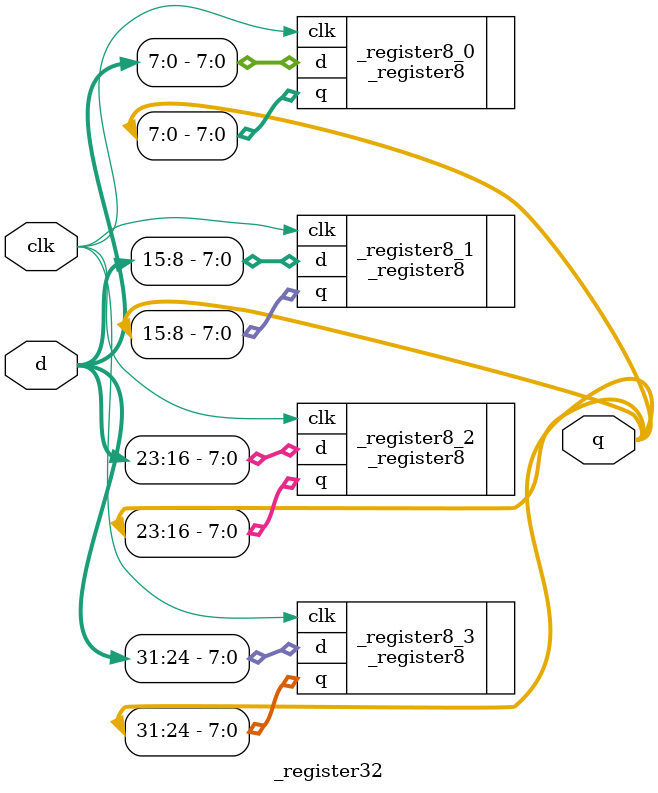
<source format=v>
module _register32(clk, d, q);

	input 			clk; 	// input port
	input	[31:0]	d;	  	// 32bit input port
	output [31:0]	q;		//	32bit output port
	
    _register8 _register8_0(.d(d[7:0]), .clk(clk), .q(q[7:0]));		// Instance 8bit register 
    _register8 _register8_1(.d(d[15:8]), .clk(clk), .q(q[15:8]));		// Instance 8bit register 
    _register8 _register8_2(.d(d[23:16]), .clk(clk), .q(q[23:16]));	// Instance 8bit register 
    _register8 _register8_3(.d(d[31:24]), .clk(clk), .q(q[31:24]));	// Instance 8bit register 
		
endmodule

</source>
